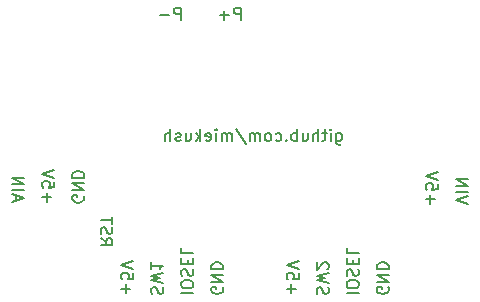
<source format=gbr>
%TF.GenerationSoftware,KiCad,Pcbnew,(7.0.0)*%
%TF.CreationDate,2023-03-04T14:16:48-06:00*%
%TF.ProjectId,pic16-pump-controller,70696331-362d-4707-956d-702d636f6e74,rev?*%
%TF.SameCoordinates,Original*%
%TF.FileFunction,Legend,Bot*%
%TF.FilePolarity,Positive*%
%FSLAX46Y46*%
G04 Gerber Fmt 4.6, Leading zero omitted, Abs format (unit mm)*
G04 Created by KiCad (PCBNEW (7.0.0)) date 2023-03-04 14:16:48*
%MOMM*%
%LPD*%
G01*
G04 APERTURE LIST*
%ADD10C,0.150000*%
G04 APERTURE END LIST*
D10*
X107023809Y-99700714D02*
X107023809Y-100510238D01*
X107023809Y-100510238D02*
X107071428Y-100605476D01*
X107071428Y-100605476D02*
X107119047Y-100653095D01*
X107119047Y-100653095D02*
X107214285Y-100700714D01*
X107214285Y-100700714D02*
X107357142Y-100700714D01*
X107357142Y-100700714D02*
X107452380Y-100653095D01*
X107023809Y-100319761D02*
X107119047Y-100367380D01*
X107119047Y-100367380D02*
X107309523Y-100367380D01*
X107309523Y-100367380D02*
X107404761Y-100319761D01*
X107404761Y-100319761D02*
X107452380Y-100272142D01*
X107452380Y-100272142D02*
X107499999Y-100176904D01*
X107499999Y-100176904D02*
X107499999Y-99891190D01*
X107499999Y-99891190D02*
X107452380Y-99795952D01*
X107452380Y-99795952D02*
X107404761Y-99748333D01*
X107404761Y-99748333D02*
X107309523Y-99700714D01*
X107309523Y-99700714D02*
X107119047Y-99700714D01*
X107119047Y-99700714D02*
X107023809Y-99748333D01*
X106547618Y-100367380D02*
X106547618Y-99700714D01*
X106547618Y-99367380D02*
X106595237Y-99415000D01*
X106595237Y-99415000D02*
X106547618Y-99462619D01*
X106547618Y-99462619D02*
X106499999Y-99415000D01*
X106499999Y-99415000D02*
X106547618Y-99367380D01*
X106547618Y-99367380D02*
X106547618Y-99462619D01*
X106214285Y-99700714D02*
X105833333Y-99700714D01*
X106071428Y-99367380D02*
X106071428Y-100224523D01*
X106071428Y-100224523D02*
X106023809Y-100319761D01*
X106023809Y-100319761D02*
X105928571Y-100367380D01*
X105928571Y-100367380D02*
X105833333Y-100367380D01*
X105499999Y-100367380D02*
X105499999Y-99367380D01*
X105071428Y-100367380D02*
X105071428Y-99843571D01*
X105071428Y-99843571D02*
X105119047Y-99748333D01*
X105119047Y-99748333D02*
X105214285Y-99700714D01*
X105214285Y-99700714D02*
X105357142Y-99700714D01*
X105357142Y-99700714D02*
X105452380Y-99748333D01*
X105452380Y-99748333D02*
X105499999Y-99795952D01*
X104166666Y-99700714D02*
X104166666Y-100367380D01*
X104595237Y-99700714D02*
X104595237Y-100224523D01*
X104595237Y-100224523D02*
X104547618Y-100319761D01*
X104547618Y-100319761D02*
X104452380Y-100367380D01*
X104452380Y-100367380D02*
X104309523Y-100367380D01*
X104309523Y-100367380D02*
X104214285Y-100319761D01*
X104214285Y-100319761D02*
X104166666Y-100272142D01*
X103690475Y-100367380D02*
X103690475Y-99367380D01*
X103690475Y-99748333D02*
X103595237Y-99700714D01*
X103595237Y-99700714D02*
X103404761Y-99700714D01*
X103404761Y-99700714D02*
X103309523Y-99748333D01*
X103309523Y-99748333D02*
X103261904Y-99795952D01*
X103261904Y-99795952D02*
X103214285Y-99891190D01*
X103214285Y-99891190D02*
X103214285Y-100176904D01*
X103214285Y-100176904D02*
X103261904Y-100272142D01*
X103261904Y-100272142D02*
X103309523Y-100319761D01*
X103309523Y-100319761D02*
X103404761Y-100367380D01*
X103404761Y-100367380D02*
X103595237Y-100367380D01*
X103595237Y-100367380D02*
X103690475Y-100319761D01*
X102785713Y-100272142D02*
X102738094Y-100319761D01*
X102738094Y-100319761D02*
X102785713Y-100367380D01*
X102785713Y-100367380D02*
X102833332Y-100319761D01*
X102833332Y-100319761D02*
X102785713Y-100272142D01*
X102785713Y-100272142D02*
X102785713Y-100367380D01*
X101880952Y-100319761D02*
X101976190Y-100367380D01*
X101976190Y-100367380D02*
X102166666Y-100367380D01*
X102166666Y-100367380D02*
X102261904Y-100319761D01*
X102261904Y-100319761D02*
X102309523Y-100272142D01*
X102309523Y-100272142D02*
X102357142Y-100176904D01*
X102357142Y-100176904D02*
X102357142Y-99891190D01*
X102357142Y-99891190D02*
X102309523Y-99795952D01*
X102309523Y-99795952D02*
X102261904Y-99748333D01*
X102261904Y-99748333D02*
X102166666Y-99700714D01*
X102166666Y-99700714D02*
X101976190Y-99700714D01*
X101976190Y-99700714D02*
X101880952Y-99748333D01*
X101309523Y-100367380D02*
X101404761Y-100319761D01*
X101404761Y-100319761D02*
X101452380Y-100272142D01*
X101452380Y-100272142D02*
X101499999Y-100176904D01*
X101499999Y-100176904D02*
X101499999Y-99891190D01*
X101499999Y-99891190D02*
X101452380Y-99795952D01*
X101452380Y-99795952D02*
X101404761Y-99748333D01*
X101404761Y-99748333D02*
X101309523Y-99700714D01*
X101309523Y-99700714D02*
X101166666Y-99700714D01*
X101166666Y-99700714D02*
X101071428Y-99748333D01*
X101071428Y-99748333D02*
X101023809Y-99795952D01*
X101023809Y-99795952D02*
X100976190Y-99891190D01*
X100976190Y-99891190D02*
X100976190Y-100176904D01*
X100976190Y-100176904D02*
X101023809Y-100272142D01*
X101023809Y-100272142D02*
X101071428Y-100319761D01*
X101071428Y-100319761D02*
X101166666Y-100367380D01*
X101166666Y-100367380D02*
X101309523Y-100367380D01*
X100547618Y-100367380D02*
X100547618Y-99700714D01*
X100547618Y-99795952D02*
X100499999Y-99748333D01*
X100499999Y-99748333D02*
X100404761Y-99700714D01*
X100404761Y-99700714D02*
X100261904Y-99700714D01*
X100261904Y-99700714D02*
X100166666Y-99748333D01*
X100166666Y-99748333D02*
X100119047Y-99843571D01*
X100119047Y-99843571D02*
X100119047Y-100367380D01*
X100119047Y-99843571D02*
X100071428Y-99748333D01*
X100071428Y-99748333D02*
X99976190Y-99700714D01*
X99976190Y-99700714D02*
X99833333Y-99700714D01*
X99833333Y-99700714D02*
X99738094Y-99748333D01*
X99738094Y-99748333D02*
X99690475Y-99843571D01*
X99690475Y-99843571D02*
X99690475Y-100367380D01*
X98500000Y-99319761D02*
X99357142Y-100605476D01*
X98166666Y-100367380D02*
X98166666Y-99700714D01*
X98166666Y-99795952D02*
X98119047Y-99748333D01*
X98119047Y-99748333D02*
X98023809Y-99700714D01*
X98023809Y-99700714D02*
X97880952Y-99700714D01*
X97880952Y-99700714D02*
X97785714Y-99748333D01*
X97785714Y-99748333D02*
X97738095Y-99843571D01*
X97738095Y-99843571D02*
X97738095Y-100367380D01*
X97738095Y-99843571D02*
X97690476Y-99748333D01*
X97690476Y-99748333D02*
X97595238Y-99700714D01*
X97595238Y-99700714D02*
X97452381Y-99700714D01*
X97452381Y-99700714D02*
X97357142Y-99748333D01*
X97357142Y-99748333D02*
X97309523Y-99843571D01*
X97309523Y-99843571D02*
X97309523Y-100367380D01*
X96833333Y-100367380D02*
X96833333Y-99700714D01*
X96833333Y-99367380D02*
X96880952Y-99415000D01*
X96880952Y-99415000D02*
X96833333Y-99462619D01*
X96833333Y-99462619D02*
X96785714Y-99415000D01*
X96785714Y-99415000D02*
X96833333Y-99367380D01*
X96833333Y-99367380D02*
X96833333Y-99462619D01*
X95976191Y-100319761D02*
X96071429Y-100367380D01*
X96071429Y-100367380D02*
X96261905Y-100367380D01*
X96261905Y-100367380D02*
X96357143Y-100319761D01*
X96357143Y-100319761D02*
X96404762Y-100224523D01*
X96404762Y-100224523D02*
X96404762Y-99843571D01*
X96404762Y-99843571D02*
X96357143Y-99748333D01*
X96357143Y-99748333D02*
X96261905Y-99700714D01*
X96261905Y-99700714D02*
X96071429Y-99700714D01*
X96071429Y-99700714D02*
X95976191Y-99748333D01*
X95976191Y-99748333D02*
X95928572Y-99843571D01*
X95928572Y-99843571D02*
X95928572Y-99938809D01*
X95928572Y-99938809D02*
X96404762Y-100034047D01*
X95500000Y-100367380D02*
X95500000Y-99367380D01*
X95404762Y-99986428D02*
X95119048Y-100367380D01*
X95119048Y-99700714D02*
X95500000Y-100081666D01*
X94261905Y-99700714D02*
X94261905Y-100367380D01*
X94690476Y-99700714D02*
X94690476Y-100224523D01*
X94690476Y-100224523D02*
X94642857Y-100319761D01*
X94642857Y-100319761D02*
X94547619Y-100367380D01*
X94547619Y-100367380D02*
X94404762Y-100367380D01*
X94404762Y-100367380D02*
X94309524Y-100319761D01*
X94309524Y-100319761D02*
X94261905Y-100272142D01*
X93833333Y-100319761D02*
X93738095Y-100367380D01*
X93738095Y-100367380D02*
X93547619Y-100367380D01*
X93547619Y-100367380D02*
X93452381Y-100319761D01*
X93452381Y-100319761D02*
X93404762Y-100224523D01*
X93404762Y-100224523D02*
X93404762Y-100176904D01*
X93404762Y-100176904D02*
X93452381Y-100081666D01*
X93452381Y-100081666D02*
X93547619Y-100034047D01*
X93547619Y-100034047D02*
X93690476Y-100034047D01*
X93690476Y-100034047D02*
X93785714Y-99986428D01*
X93785714Y-99986428D02*
X93833333Y-99891190D01*
X93833333Y-99891190D02*
X93833333Y-99843571D01*
X93833333Y-99843571D02*
X93785714Y-99748333D01*
X93785714Y-99748333D02*
X93690476Y-99700714D01*
X93690476Y-99700714D02*
X93547619Y-99700714D01*
X93547619Y-99700714D02*
X93452381Y-99748333D01*
X92976190Y-100367380D02*
X92976190Y-99367380D01*
X92547619Y-100367380D02*
X92547619Y-99843571D01*
X92547619Y-99843571D02*
X92595238Y-99748333D01*
X92595238Y-99748333D02*
X92690476Y-99700714D01*
X92690476Y-99700714D02*
X92833333Y-99700714D01*
X92833333Y-99700714D02*
X92928571Y-99748333D01*
X92928571Y-99748333D02*
X92976190Y-99795952D01*
X87059419Y-108613676D02*
X87535609Y-108947009D01*
X87059419Y-109185104D02*
X88059419Y-109185104D01*
X88059419Y-109185104D02*
X88059419Y-108804152D01*
X88059419Y-108804152D02*
X88011800Y-108708914D01*
X88011800Y-108708914D02*
X87964180Y-108661295D01*
X87964180Y-108661295D02*
X87868942Y-108613676D01*
X87868942Y-108613676D02*
X87726085Y-108613676D01*
X87726085Y-108613676D02*
X87630847Y-108661295D01*
X87630847Y-108661295D02*
X87583228Y-108708914D01*
X87583228Y-108708914D02*
X87535609Y-108804152D01*
X87535609Y-108804152D02*
X87535609Y-109185104D01*
X87107038Y-108232723D02*
X87059419Y-108089866D01*
X87059419Y-108089866D02*
X87059419Y-107851771D01*
X87059419Y-107851771D02*
X87107038Y-107756533D01*
X87107038Y-107756533D02*
X87154657Y-107708914D01*
X87154657Y-107708914D02*
X87249895Y-107661295D01*
X87249895Y-107661295D02*
X87345133Y-107661295D01*
X87345133Y-107661295D02*
X87440371Y-107708914D01*
X87440371Y-107708914D02*
X87487990Y-107756533D01*
X87487990Y-107756533D02*
X87535609Y-107851771D01*
X87535609Y-107851771D02*
X87583228Y-108042247D01*
X87583228Y-108042247D02*
X87630847Y-108137485D01*
X87630847Y-108137485D02*
X87678466Y-108185104D01*
X87678466Y-108185104D02*
X87773704Y-108232723D01*
X87773704Y-108232723D02*
X87868942Y-108232723D01*
X87868942Y-108232723D02*
X87964180Y-108185104D01*
X87964180Y-108185104D02*
X88011800Y-108137485D01*
X88011800Y-108137485D02*
X88059419Y-108042247D01*
X88059419Y-108042247D02*
X88059419Y-107804152D01*
X88059419Y-107804152D02*
X88011800Y-107661295D01*
X88059419Y-107375580D02*
X88059419Y-106804152D01*
X87059419Y-107089866D02*
X88059419Y-107089866D01*
X98924951Y-90080180D02*
X98924951Y-89080180D01*
X98924951Y-89080180D02*
X98543999Y-89080180D01*
X98543999Y-89080180D02*
X98448761Y-89127800D01*
X98448761Y-89127800D02*
X98401142Y-89175419D01*
X98401142Y-89175419D02*
X98353523Y-89270657D01*
X98353523Y-89270657D02*
X98353523Y-89413514D01*
X98353523Y-89413514D02*
X98401142Y-89508752D01*
X98401142Y-89508752D02*
X98448761Y-89556371D01*
X98448761Y-89556371D02*
X98543999Y-89603990D01*
X98543999Y-89603990D02*
X98924951Y-89603990D01*
X97924951Y-89699228D02*
X97163047Y-89699228D01*
X97543999Y-90080180D02*
X97543999Y-89318276D01*
X93844951Y-90080180D02*
X93844951Y-89080180D01*
X93844951Y-89080180D02*
X93463999Y-89080180D01*
X93463999Y-89080180D02*
X93368761Y-89127800D01*
X93368761Y-89127800D02*
X93321142Y-89175419D01*
X93321142Y-89175419D02*
X93273523Y-89270657D01*
X93273523Y-89270657D02*
X93273523Y-89413514D01*
X93273523Y-89413514D02*
X93321142Y-89508752D01*
X93321142Y-89508752D02*
X93368761Y-89556371D01*
X93368761Y-89556371D02*
X93463999Y-89603990D01*
X93463999Y-89603990D02*
X93844951Y-89603990D01*
X92844951Y-89699228D02*
X92083047Y-89699228D01*
X79877533Y-105422723D02*
X79877533Y-104946533D01*
X79591819Y-105517961D02*
X80591819Y-105184628D01*
X80591819Y-105184628D02*
X79591819Y-104851295D01*
X79591819Y-104517961D02*
X80591819Y-104517961D01*
X79591819Y-104041771D02*
X80591819Y-104041771D01*
X80591819Y-104041771D02*
X79591819Y-103470343D01*
X79591819Y-103470343D02*
X80591819Y-103470343D01*
X85624200Y-105003695D02*
X85671819Y-105098933D01*
X85671819Y-105098933D02*
X85671819Y-105241790D01*
X85671819Y-105241790D02*
X85624200Y-105384647D01*
X85624200Y-105384647D02*
X85528961Y-105479885D01*
X85528961Y-105479885D02*
X85433723Y-105527504D01*
X85433723Y-105527504D02*
X85243247Y-105575123D01*
X85243247Y-105575123D02*
X85100390Y-105575123D01*
X85100390Y-105575123D02*
X84909914Y-105527504D01*
X84909914Y-105527504D02*
X84814676Y-105479885D01*
X84814676Y-105479885D02*
X84719438Y-105384647D01*
X84719438Y-105384647D02*
X84671819Y-105241790D01*
X84671819Y-105241790D02*
X84671819Y-105146552D01*
X84671819Y-105146552D02*
X84719438Y-105003695D01*
X84719438Y-105003695D02*
X84767057Y-104956076D01*
X84767057Y-104956076D02*
X85100390Y-104956076D01*
X85100390Y-104956076D02*
X85100390Y-105146552D01*
X84671819Y-104527504D02*
X85671819Y-104527504D01*
X85671819Y-104527504D02*
X84671819Y-103956076D01*
X84671819Y-103956076D02*
X85671819Y-103956076D01*
X84671819Y-103479885D02*
X85671819Y-103479885D01*
X85671819Y-103479885D02*
X85671819Y-103241790D01*
X85671819Y-103241790D02*
X85624200Y-103098933D01*
X85624200Y-103098933D02*
X85528961Y-103003695D01*
X85528961Y-103003695D02*
X85433723Y-102956076D01*
X85433723Y-102956076D02*
X85243247Y-102908457D01*
X85243247Y-102908457D02*
X85100390Y-102908457D01*
X85100390Y-102908457D02*
X84909914Y-102956076D01*
X84909914Y-102956076D02*
X84814676Y-103003695D01*
X84814676Y-103003695D02*
X84719438Y-103098933D01*
X84719438Y-103098933D02*
X84671819Y-103241790D01*
X84671819Y-103241790D02*
X84671819Y-103479885D01*
X82512771Y-105527504D02*
X82512771Y-104765600D01*
X82131819Y-105146552D02*
X82893723Y-105146552D01*
X83131819Y-103813219D02*
X83131819Y-104289409D01*
X83131819Y-104289409D02*
X82655628Y-104337028D01*
X82655628Y-104337028D02*
X82703247Y-104289409D01*
X82703247Y-104289409D02*
X82750866Y-104194171D01*
X82750866Y-104194171D02*
X82750866Y-103956076D01*
X82750866Y-103956076D02*
X82703247Y-103860838D01*
X82703247Y-103860838D02*
X82655628Y-103813219D01*
X82655628Y-103813219D02*
X82560390Y-103765600D01*
X82560390Y-103765600D02*
X82322295Y-103765600D01*
X82322295Y-103765600D02*
X82227057Y-103813219D01*
X82227057Y-103813219D02*
X82179438Y-103860838D01*
X82179438Y-103860838D02*
X82131819Y-103956076D01*
X82131819Y-103956076D02*
X82131819Y-104194171D01*
X82131819Y-104194171D02*
X82179438Y-104289409D01*
X82179438Y-104289409D02*
X82227057Y-104337028D01*
X83131819Y-103479885D02*
X82131819Y-103146552D01*
X82131819Y-103146552D02*
X83131819Y-102813219D01*
X114973571Y-105679904D02*
X114973571Y-104918000D01*
X114592619Y-105298952D02*
X115354523Y-105298952D01*
X115592619Y-103965619D02*
X115592619Y-104441809D01*
X115592619Y-104441809D02*
X115116428Y-104489428D01*
X115116428Y-104489428D02*
X115164047Y-104441809D01*
X115164047Y-104441809D02*
X115211666Y-104346571D01*
X115211666Y-104346571D02*
X115211666Y-104108476D01*
X115211666Y-104108476D02*
X115164047Y-104013238D01*
X115164047Y-104013238D02*
X115116428Y-103965619D01*
X115116428Y-103965619D02*
X115021190Y-103918000D01*
X115021190Y-103918000D02*
X114783095Y-103918000D01*
X114783095Y-103918000D02*
X114687857Y-103965619D01*
X114687857Y-103965619D02*
X114640238Y-104013238D01*
X114640238Y-104013238D02*
X114592619Y-104108476D01*
X114592619Y-104108476D02*
X114592619Y-104346571D01*
X114592619Y-104346571D02*
X114640238Y-104441809D01*
X114640238Y-104441809D02*
X114687857Y-104489428D01*
X115592619Y-103632285D02*
X114592619Y-103298952D01*
X114592619Y-103298952D02*
X115592619Y-102965619D01*
X118132619Y-105670361D02*
X117132619Y-105337028D01*
X117132619Y-105337028D02*
X118132619Y-105003695D01*
X117132619Y-104670361D02*
X118132619Y-104670361D01*
X117132619Y-104194171D02*
X118132619Y-104194171D01*
X118132619Y-104194171D02*
X117132619Y-103622743D01*
X117132619Y-103622743D02*
X118132619Y-103622743D01*
X91410238Y-113309523D02*
X91362619Y-113166666D01*
X91362619Y-113166666D02*
X91362619Y-112928571D01*
X91362619Y-112928571D02*
X91410238Y-112833333D01*
X91410238Y-112833333D02*
X91457857Y-112785714D01*
X91457857Y-112785714D02*
X91553095Y-112738095D01*
X91553095Y-112738095D02*
X91648333Y-112738095D01*
X91648333Y-112738095D02*
X91743571Y-112785714D01*
X91743571Y-112785714D02*
X91791190Y-112833333D01*
X91791190Y-112833333D02*
X91838809Y-112928571D01*
X91838809Y-112928571D02*
X91886428Y-113119047D01*
X91886428Y-113119047D02*
X91934047Y-113214285D01*
X91934047Y-113214285D02*
X91981666Y-113261904D01*
X91981666Y-113261904D02*
X92076904Y-113309523D01*
X92076904Y-113309523D02*
X92172142Y-113309523D01*
X92172142Y-113309523D02*
X92267380Y-113261904D01*
X92267380Y-113261904D02*
X92315000Y-113214285D01*
X92315000Y-113214285D02*
X92362619Y-113119047D01*
X92362619Y-113119047D02*
X92362619Y-112880952D01*
X92362619Y-112880952D02*
X92315000Y-112738095D01*
X92362619Y-112404761D02*
X91362619Y-112166666D01*
X91362619Y-112166666D02*
X92076904Y-111976190D01*
X92076904Y-111976190D02*
X91362619Y-111785714D01*
X91362619Y-111785714D02*
X92362619Y-111547619D01*
X91362619Y-110642857D02*
X91362619Y-111214285D01*
X91362619Y-110928571D02*
X92362619Y-110928571D01*
X92362619Y-110928571D02*
X92219761Y-111023809D01*
X92219761Y-111023809D02*
X92124523Y-111119047D01*
X92124523Y-111119047D02*
X92076904Y-111214285D01*
X97395000Y-112738095D02*
X97442619Y-112833333D01*
X97442619Y-112833333D02*
X97442619Y-112976190D01*
X97442619Y-112976190D02*
X97395000Y-113119047D01*
X97395000Y-113119047D02*
X97299761Y-113214285D01*
X97299761Y-113214285D02*
X97204523Y-113261904D01*
X97204523Y-113261904D02*
X97014047Y-113309523D01*
X97014047Y-113309523D02*
X96871190Y-113309523D01*
X96871190Y-113309523D02*
X96680714Y-113261904D01*
X96680714Y-113261904D02*
X96585476Y-113214285D01*
X96585476Y-113214285D02*
X96490238Y-113119047D01*
X96490238Y-113119047D02*
X96442619Y-112976190D01*
X96442619Y-112976190D02*
X96442619Y-112880952D01*
X96442619Y-112880952D02*
X96490238Y-112738095D01*
X96490238Y-112738095D02*
X96537857Y-112690476D01*
X96537857Y-112690476D02*
X96871190Y-112690476D01*
X96871190Y-112690476D02*
X96871190Y-112880952D01*
X96442619Y-112261904D02*
X97442619Y-112261904D01*
X97442619Y-112261904D02*
X96442619Y-111690476D01*
X96442619Y-111690476D02*
X97442619Y-111690476D01*
X96442619Y-111214285D02*
X97442619Y-111214285D01*
X97442619Y-111214285D02*
X97442619Y-110976190D01*
X97442619Y-110976190D02*
X97395000Y-110833333D01*
X97395000Y-110833333D02*
X97299761Y-110738095D01*
X97299761Y-110738095D02*
X97204523Y-110690476D01*
X97204523Y-110690476D02*
X97014047Y-110642857D01*
X97014047Y-110642857D02*
X96871190Y-110642857D01*
X96871190Y-110642857D02*
X96680714Y-110690476D01*
X96680714Y-110690476D02*
X96585476Y-110738095D01*
X96585476Y-110738095D02*
X96490238Y-110833333D01*
X96490238Y-110833333D02*
X96442619Y-110976190D01*
X96442619Y-110976190D02*
X96442619Y-111214285D01*
X93902619Y-113261904D02*
X94902619Y-113261904D01*
X94902619Y-112595238D02*
X94902619Y-112404762D01*
X94902619Y-112404762D02*
X94855000Y-112309524D01*
X94855000Y-112309524D02*
X94759761Y-112214286D01*
X94759761Y-112214286D02*
X94569285Y-112166667D01*
X94569285Y-112166667D02*
X94235952Y-112166667D01*
X94235952Y-112166667D02*
X94045476Y-112214286D01*
X94045476Y-112214286D02*
X93950238Y-112309524D01*
X93950238Y-112309524D02*
X93902619Y-112404762D01*
X93902619Y-112404762D02*
X93902619Y-112595238D01*
X93902619Y-112595238D02*
X93950238Y-112690476D01*
X93950238Y-112690476D02*
X94045476Y-112785714D01*
X94045476Y-112785714D02*
X94235952Y-112833333D01*
X94235952Y-112833333D02*
X94569285Y-112833333D01*
X94569285Y-112833333D02*
X94759761Y-112785714D01*
X94759761Y-112785714D02*
X94855000Y-112690476D01*
X94855000Y-112690476D02*
X94902619Y-112595238D01*
X93950238Y-111785714D02*
X93902619Y-111642857D01*
X93902619Y-111642857D02*
X93902619Y-111404762D01*
X93902619Y-111404762D02*
X93950238Y-111309524D01*
X93950238Y-111309524D02*
X93997857Y-111261905D01*
X93997857Y-111261905D02*
X94093095Y-111214286D01*
X94093095Y-111214286D02*
X94188333Y-111214286D01*
X94188333Y-111214286D02*
X94283571Y-111261905D01*
X94283571Y-111261905D02*
X94331190Y-111309524D01*
X94331190Y-111309524D02*
X94378809Y-111404762D01*
X94378809Y-111404762D02*
X94426428Y-111595238D01*
X94426428Y-111595238D02*
X94474047Y-111690476D01*
X94474047Y-111690476D02*
X94521666Y-111738095D01*
X94521666Y-111738095D02*
X94616904Y-111785714D01*
X94616904Y-111785714D02*
X94712142Y-111785714D01*
X94712142Y-111785714D02*
X94807380Y-111738095D01*
X94807380Y-111738095D02*
X94855000Y-111690476D01*
X94855000Y-111690476D02*
X94902619Y-111595238D01*
X94902619Y-111595238D02*
X94902619Y-111357143D01*
X94902619Y-111357143D02*
X94855000Y-111214286D01*
X94426428Y-110785714D02*
X94426428Y-110452381D01*
X93902619Y-110309524D02*
X93902619Y-110785714D01*
X93902619Y-110785714D02*
X94902619Y-110785714D01*
X94902619Y-110785714D02*
X94902619Y-110309524D01*
X93902619Y-109404762D02*
X93902619Y-109880952D01*
X93902619Y-109880952D02*
X94902619Y-109880952D01*
X89203571Y-113261904D02*
X89203571Y-112500000D01*
X88822619Y-112880952D02*
X89584523Y-112880952D01*
X89822619Y-111547619D02*
X89822619Y-112023809D01*
X89822619Y-112023809D02*
X89346428Y-112071428D01*
X89346428Y-112071428D02*
X89394047Y-112023809D01*
X89394047Y-112023809D02*
X89441666Y-111928571D01*
X89441666Y-111928571D02*
X89441666Y-111690476D01*
X89441666Y-111690476D02*
X89394047Y-111595238D01*
X89394047Y-111595238D02*
X89346428Y-111547619D01*
X89346428Y-111547619D02*
X89251190Y-111500000D01*
X89251190Y-111500000D02*
X89013095Y-111500000D01*
X89013095Y-111500000D02*
X88917857Y-111547619D01*
X88917857Y-111547619D02*
X88870238Y-111595238D01*
X88870238Y-111595238D02*
X88822619Y-111690476D01*
X88822619Y-111690476D02*
X88822619Y-111928571D01*
X88822619Y-111928571D02*
X88870238Y-112023809D01*
X88870238Y-112023809D02*
X88917857Y-112071428D01*
X89822619Y-111214285D02*
X88822619Y-110880952D01*
X88822619Y-110880952D02*
X89822619Y-110547619D01*
X111395000Y-112738095D02*
X111442619Y-112833333D01*
X111442619Y-112833333D02*
X111442619Y-112976190D01*
X111442619Y-112976190D02*
X111395000Y-113119047D01*
X111395000Y-113119047D02*
X111299761Y-113214285D01*
X111299761Y-113214285D02*
X111204523Y-113261904D01*
X111204523Y-113261904D02*
X111014047Y-113309523D01*
X111014047Y-113309523D02*
X110871190Y-113309523D01*
X110871190Y-113309523D02*
X110680714Y-113261904D01*
X110680714Y-113261904D02*
X110585476Y-113214285D01*
X110585476Y-113214285D02*
X110490238Y-113119047D01*
X110490238Y-113119047D02*
X110442619Y-112976190D01*
X110442619Y-112976190D02*
X110442619Y-112880952D01*
X110442619Y-112880952D02*
X110490238Y-112738095D01*
X110490238Y-112738095D02*
X110537857Y-112690476D01*
X110537857Y-112690476D02*
X110871190Y-112690476D01*
X110871190Y-112690476D02*
X110871190Y-112880952D01*
X110442619Y-112261904D02*
X111442619Y-112261904D01*
X111442619Y-112261904D02*
X110442619Y-111690476D01*
X110442619Y-111690476D02*
X111442619Y-111690476D01*
X110442619Y-111214285D02*
X111442619Y-111214285D01*
X111442619Y-111214285D02*
X111442619Y-110976190D01*
X111442619Y-110976190D02*
X111395000Y-110833333D01*
X111395000Y-110833333D02*
X111299761Y-110738095D01*
X111299761Y-110738095D02*
X111204523Y-110690476D01*
X111204523Y-110690476D02*
X111014047Y-110642857D01*
X111014047Y-110642857D02*
X110871190Y-110642857D01*
X110871190Y-110642857D02*
X110680714Y-110690476D01*
X110680714Y-110690476D02*
X110585476Y-110738095D01*
X110585476Y-110738095D02*
X110490238Y-110833333D01*
X110490238Y-110833333D02*
X110442619Y-110976190D01*
X110442619Y-110976190D02*
X110442619Y-111214285D01*
X107902619Y-113261904D02*
X108902619Y-113261904D01*
X108902619Y-112595238D02*
X108902619Y-112404762D01*
X108902619Y-112404762D02*
X108855000Y-112309524D01*
X108855000Y-112309524D02*
X108759761Y-112214286D01*
X108759761Y-112214286D02*
X108569285Y-112166667D01*
X108569285Y-112166667D02*
X108235952Y-112166667D01*
X108235952Y-112166667D02*
X108045476Y-112214286D01*
X108045476Y-112214286D02*
X107950238Y-112309524D01*
X107950238Y-112309524D02*
X107902619Y-112404762D01*
X107902619Y-112404762D02*
X107902619Y-112595238D01*
X107902619Y-112595238D02*
X107950238Y-112690476D01*
X107950238Y-112690476D02*
X108045476Y-112785714D01*
X108045476Y-112785714D02*
X108235952Y-112833333D01*
X108235952Y-112833333D02*
X108569285Y-112833333D01*
X108569285Y-112833333D02*
X108759761Y-112785714D01*
X108759761Y-112785714D02*
X108855000Y-112690476D01*
X108855000Y-112690476D02*
X108902619Y-112595238D01*
X107950238Y-111785714D02*
X107902619Y-111642857D01*
X107902619Y-111642857D02*
X107902619Y-111404762D01*
X107902619Y-111404762D02*
X107950238Y-111309524D01*
X107950238Y-111309524D02*
X107997857Y-111261905D01*
X107997857Y-111261905D02*
X108093095Y-111214286D01*
X108093095Y-111214286D02*
X108188333Y-111214286D01*
X108188333Y-111214286D02*
X108283571Y-111261905D01*
X108283571Y-111261905D02*
X108331190Y-111309524D01*
X108331190Y-111309524D02*
X108378809Y-111404762D01*
X108378809Y-111404762D02*
X108426428Y-111595238D01*
X108426428Y-111595238D02*
X108474047Y-111690476D01*
X108474047Y-111690476D02*
X108521666Y-111738095D01*
X108521666Y-111738095D02*
X108616904Y-111785714D01*
X108616904Y-111785714D02*
X108712142Y-111785714D01*
X108712142Y-111785714D02*
X108807380Y-111738095D01*
X108807380Y-111738095D02*
X108855000Y-111690476D01*
X108855000Y-111690476D02*
X108902619Y-111595238D01*
X108902619Y-111595238D02*
X108902619Y-111357143D01*
X108902619Y-111357143D02*
X108855000Y-111214286D01*
X108426428Y-110785714D02*
X108426428Y-110452381D01*
X107902619Y-110309524D02*
X107902619Y-110785714D01*
X107902619Y-110785714D02*
X108902619Y-110785714D01*
X108902619Y-110785714D02*
X108902619Y-110309524D01*
X107902619Y-109404762D02*
X107902619Y-109880952D01*
X107902619Y-109880952D02*
X108902619Y-109880952D01*
X105410238Y-113309523D02*
X105362619Y-113166666D01*
X105362619Y-113166666D02*
X105362619Y-112928571D01*
X105362619Y-112928571D02*
X105410238Y-112833333D01*
X105410238Y-112833333D02*
X105457857Y-112785714D01*
X105457857Y-112785714D02*
X105553095Y-112738095D01*
X105553095Y-112738095D02*
X105648333Y-112738095D01*
X105648333Y-112738095D02*
X105743571Y-112785714D01*
X105743571Y-112785714D02*
X105791190Y-112833333D01*
X105791190Y-112833333D02*
X105838809Y-112928571D01*
X105838809Y-112928571D02*
X105886428Y-113119047D01*
X105886428Y-113119047D02*
X105934047Y-113214285D01*
X105934047Y-113214285D02*
X105981666Y-113261904D01*
X105981666Y-113261904D02*
X106076904Y-113309523D01*
X106076904Y-113309523D02*
X106172142Y-113309523D01*
X106172142Y-113309523D02*
X106267380Y-113261904D01*
X106267380Y-113261904D02*
X106315000Y-113214285D01*
X106315000Y-113214285D02*
X106362619Y-113119047D01*
X106362619Y-113119047D02*
X106362619Y-112880952D01*
X106362619Y-112880952D02*
X106315000Y-112738095D01*
X106362619Y-112404761D02*
X105362619Y-112166666D01*
X105362619Y-112166666D02*
X106076904Y-111976190D01*
X106076904Y-111976190D02*
X105362619Y-111785714D01*
X105362619Y-111785714D02*
X106362619Y-111547619D01*
X106267380Y-111214285D02*
X106315000Y-111166666D01*
X106315000Y-111166666D02*
X106362619Y-111071428D01*
X106362619Y-111071428D02*
X106362619Y-110833333D01*
X106362619Y-110833333D02*
X106315000Y-110738095D01*
X106315000Y-110738095D02*
X106267380Y-110690476D01*
X106267380Y-110690476D02*
X106172142Y-110642857D01*
X106172142Y-110642857D02*
X106076904Y-110642857D01*
X106076904Y-110642857D02*
X105934047Y-110690476D01*
X105934047Y-110690476D02*
X105362619Y-111261904D01*
X105362619Y-111261904D02*
X105362619Y-110642857D01*
X103203571Y-113261904D02*
X103203571Y-112500000D01*
X102822619Y-112880952D02*
X103584523Y-112880952D01*
X103822619Y-111547619D02*
X103822619Y-112023809D01*
X103822619Y-112023809D02*
X103346428Y-112071428D01*
X103346428Y-112071428D02*
X103394047Y-112023809D01*
X103394047Y-112023809D02*
X103441666Y-111928571D01*
X103441666Y-111928571D02*
X103441666Y-111690476D01*
X103441666Y-111690476D02*
X103394047Y-111595238D01*
X103394047Y-111595238D02*
X103346428Y-111547619D01*
X103346428Y-111547619D02*
X103251190Y-111500000D01*
X103251190Y-111500000D02*
X103013095Y-111500000D01*
X103013095Y-111500000D02*
X102917857Y-111547619D01*
X102917857Y-111547619D02*
X102870238Y-111595238D01*
X102870238Y-111595238D02*
X102822619Y-111690476D01*
X102822619Y-111690476D02*
X102822619Y-111928571D01*
X102822619Y-111928571D02*
X102870238Y-112023809D01*
X102870238Y-112023809D02*
X102917857Y-112071428D01*
X103822619Y-111214285D02*
X102822619Y-110880952D01*
X102822619Y-110880952D02*
X103822619Y-110547619D01*
M02*

</source>
